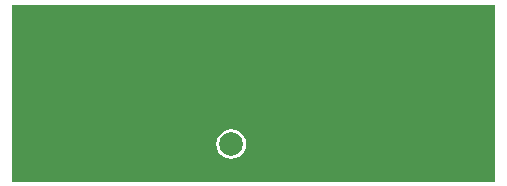
<source format=gbl>
G04 Layer_Physical_Order=2*
G04 Layer_Color=11436288*
%FSLAX24Y24*%
%MOIN*%
G70*
G01*
G75*
%ADD14R,0.1575X0.0532*%
%ADD20R,0.0787X0.0787*%
%ADD21C,0.0787*%
%ADD22C,0.0320*%
G36*
X22650Y11400D02*
X22650Y5535D01*
X22615Y5500D01*
X6550Y5500D01*
X6550Y5500D01*
X6550Y11400D01*
X22650Y11400D01*
X22650Y11400D01*
X22650Y11400D02*
G37*
%LPC*%
G36*
X13850Y7248D02*
X13721Y7231D01*
X13601Y7181D01*
X13498Y7102D01*
X13419Y6999D01*
X13369Y6879D01*
X13352Y6750D01*
X13369Y6621D01*
X13419Y6501D01*
X13498Y6398D01*
X13601Y6319D01*
X13721Y6269D01*
X13850Y6252D01*
X13979Y6269D01*
X14099Y6319D01*
X14202Y6398D01*
X14281Y6501D01*
X14331Y6621D01*
X14348Y6750D01*
X14331Y6879D01*
X14281Y6999D01*
X14202Y7102D01*
X14099Y7181D01*
X13979Y7231D01*
X13850Y7248D01*
X13850Y7248D02*
G37*
%LPD*%
D14*
X7337Y7438D02*
D03*
X7337Y9662D02*
D03*
X21863Y9662D02*
D03*
X21863Y7438D02*
D03*
D20*
X14850Y6750D02*
D03*
D21*
X13850Y6750D02*
D03*
D22*
X7812Y6862D02*
D03*
X7337Y6863D02*
D03*
X7800Y10250D02*
D03*
X7337Y10237D02*
D03*
X10250Y11050D02*
D03*
X11400Y11050D02*
D03*
X21350Y10300D02*
D03*
X21412Y6838D02*
D03*
X21863Y6813D02*
D03*
X21863Y10287D02*
D03*
X20450Y11100D02*
D03*
X19450Y11100D02*
D03*
X18450Y11100D02*
D03*
X12600Y11050D02*
D03*
X17300Y11050D02*
D03*
X16150Y11000D02*
D03*
X15000Y11050D02*
D03*
X13800Y11050D02*
D03*
X9250Y11057D02*
D03*
X16300Y5950D02*
D03*
X8700Y6100D02*
D03*
X9617Y6117D02*
D03*
X10550Y5900D02*
D03*
X17185Y5865D02*
D03*
X18900Y5950D02*
D03*
X19686Y5936D02*
D03*
X20450Y5950D02*
D03*
M02*

</source>
